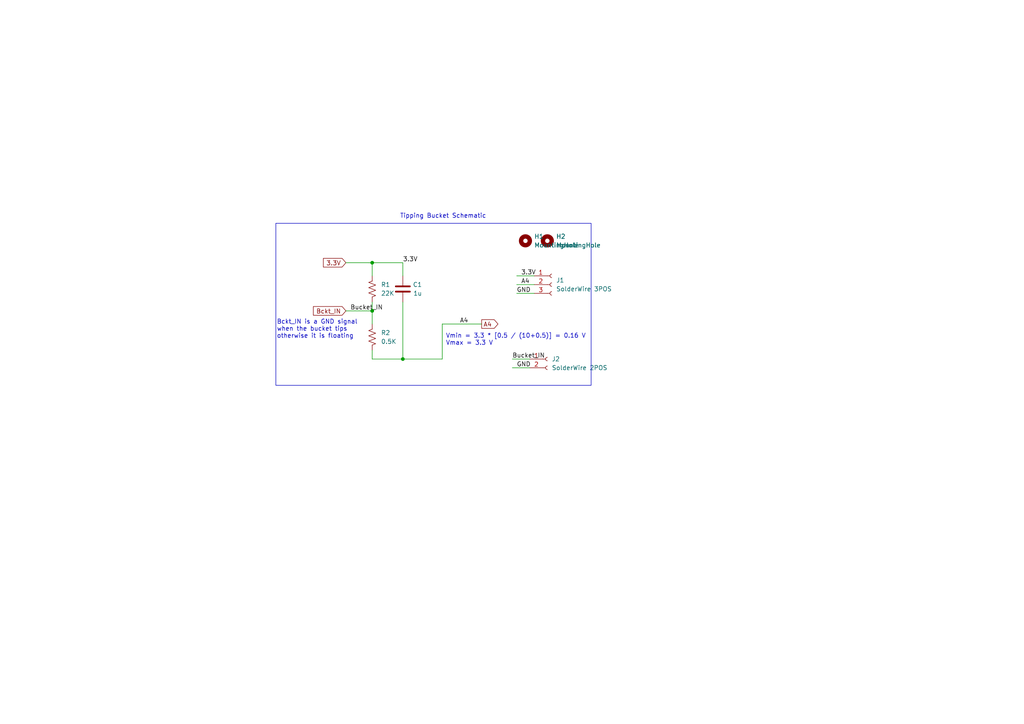
<source format=kicad_sch>
(kicad_sch
	(version 20250114)
	(generator "eeschema")
	(generator_version "9.0")
	(uuid "07cbf477-c4f0-45b2-8f87-9758e3129dd6")
	(paper "A4")
	(lib_symbols
		(symbol "Connector:Conn_01x02_Socket"
			(pin_names
				(offset 1.016)
				(hide yes)
			)
			(exclude_from_sim no)
			(in_bom yes)
			(on_board yes)
			(property "Reference" "J"
				(at 0 2.54 0)
				(effects
					(font
						(size 1.27 1.27)
					)
				)
			)
			(property "Value" "Conn_01x02_Socket"
				(at 0 -5.08 0)
				(effects
					(font
						(size 1.27 1.27)
					)
				)
			)
			(property "Footprint" ""
				(at 0 0 0)
				(effects
					(font
						(size 1.27 1.27)
					)
					(hide yes)
				)
			)
			(property "Datasheet" "~"
				(at 0 0 0)
				(effects
					(font
						(size 1.27 1.27)
					)
					(hide yes)
				)
			)
			(property "Description" "Generic connector, single row, 01x02, script generated"
				(at 0 0 0)
				(effects
					(font
						(size 1.27 1.27)
					)
					(hide yes)
				)
			)
			(property "ki_locked" ""
				(at 0 0 0)
				(effects
					(font
						(size 1.27 1.27)
					)
				)
			)
			(property "ki_keywords" "connector"
				(at 0 0 0)
				(effects
					(font
						(size 1.27 1.27)
					)
					(hide yes)
				)
			)
			(property "ki_fp_filters" "Connector*:*_1x??_*"
				(at 0 0 0)
				(effects
					(font
						(size 1.27 1.27)
					)
					(hide yes)
				)
			)
			(symbol "Conn_01x02_Socket_1_1"
				(polyline
					(pts
						(xy -1.27 0) (xy -0.508 0)
					)
					(stroke
						(width 0.1524)
						(type default)
					)
					(fill
						(type none)
					)
				)
				(polyline
					(pts
						(xy -1.27 -2.54) (xy -0.508 -2.54)
					)
					(stroke
						(width 0.1524)
						(type default)
					)
					(fill
						(type none)
					)
				)
				(arc
					(start 0 -0.508)
					(mid -0.5058 0)
					(end 0 0.508)
					(stroke
						(width 0.1524)
						(type default)
					)
					(fill
						(type none)
					)
				)
				(arc
					(start 0 -3.048)
					(mid -0.5058 -2.54)
					(end 0 -2.032)
					(stroke
						(width 0.1524)
						(type default)
					)
					(fill
						(type none)
					)
				)
				(pin passive line
					(at -5.08 0 0)
					(length 3.81)
					(name "Pin_1"
						(effects
							(font
								(size 1.27 1.27)
							)
						)
					)
					(number "1"
						(effects
							(font
								(size 1.27 1.27)
							)
						)
					)
				)
				(pin passive line
					(at -5.08 -2.54 0)
					(length 3.81)
					(name "Pin_2"
						(effects
							(font
								(size 1.27 1.27)
							)
						)
					)
					(number "2"
						(effects
							(font
								(size 1.27 1.27)
							)
						)
					)
				)
			)
			(embedded_fonts no)
		)
		(symbol "Connector:Conn_01x03_Socket"
			(pin_names
				(offset 1.016)
				(hide yes)
			)
			(exclude_from_sim no)
			(in_bom yes)
			(on_board yes)
			(property "Reference" "J"
				(at 0 5.08 0)
				(effects
					(font
						(size 1.27 1.27)
					)
				)
			)
			(property "Value" "Conn_01x03_Socket"
				(at 0 -5.08 0)
				(effects
					(font
						(size 1.27 1.27)
					)
				)
			)
			(property "Footprint" ""
				(at 0 0 0)
				(effects
					(font
						(size 1.27 1.27)
					)
					(hide yes)
				)
			)
			(property "Datasheet" "~"
				(at 0 0 0)
				(effects
					(font
						(size 1.27 1.27)
					)
					(hide yes)
				)
			)
			(property "Description" "Generic connector, single row, 01x03, script generated"
				(at 0 0 0)
				(effects
					(font
						(size 1.27 1.27)
					)
					(hide yes)
				)
			)
			(property "ki_locked" ""
				(at 0 0 0)
				(effects
					(font
						(size 1.27 1.27)
					)
				)
			)
			(property "ki_keywords" "connector"
				(at 0 0 0)
				(effects
					(font
						(size 1.27 1.27)
					)
					(hide yes)
				)
			)
			(property "ki_fp_filters" "Connector*:*_1x??_*"
				(at 0 0 0)
				(effects
					(font
						(size 1.27 1.27)
					)
					(hide yes)
				)
			)
			(symbol "Conn_01x03_Socket_1_1"
				(polyline
					(pts
						(xy -1.27 2.54) (xy -0.508 2.54)
					)
					(stroke
						(width 0.1524)
						(type default)
					)
					(fill
						(type none)
					)
				)
				(polyline
					(pts
						(xy -1.27 0) (xy -0.508 0)
					)
					(stroke
						(width 0.1524)
						(type default)
					)
					(fill
						(type none)
					)
				)
				(polyline
					(pts
						(xy -1.27 -2.54) (xy -0.508 -2.54)
					)
					(stroke
						(width 0.1524)
						(type default)
					)
					(fill
						(type none)
					)
				)
				(arc
					(start 0 2.032)
					(mid -0.5058 2.54)
					(end 0 3.048)
					(stroke
						(width 0.1524)
						(type default)
					)
					(fill
						(type none)
					)
				)
				(arc
					(start 0 -0.508)
					(mid -0.5058 0)
					(end 0 0.508)
					(stroke
						(width 0.1524)
						(type default)
					)
					(fill
						(type none)
					)
				)
				(arc
					(start 0 -3.048)
					(mid -0.5058 -2.54)
					(end 0 -2.032)
					(stroke
						(width 0.1524)
						(type default)
					)
					(fill
						(type none)
					)
				)
				(pin passive line
					(at -5.08 2.54 0)
					(length 3.81)
					(name "Pin_1"
						(effects
							(font
								(size 1.27 1.27)
							)
						)
					)
					(number "1"
						(effects
							(font
								(size 1.27 1.27)
							)
						)
					)
				)
				(pin passive line
					(at -5.08 0 0)
					(length 3.81)
					(name "Pin_2"
						(effects
							(font
								(size 1.27 1.27)
							)
						)
					)
					(number "2"
						(effects
							(font
								(size 1.27 1.27)
							)
						)
					)
				)
				(pin passive line
					(at -5.08 -2.54 0)
					(length 3.81)
					(name "Pin_3"
						(effects
							(font
								(size 1.27 1.27)
							)
						)
					)
					(number "3"
						(effects
							(font
								(size 1.27 1.27)
							)
						)
					)
				)
			)
			(embedded_fonts no)
		)
		(symbol "Device:C"
			(pin_numbers
				(hide yes)
			)
			(pin_names
				(offset 0.254)
			)
			(exclude_from_sim no)
			(in_bom yes)
			(on_board yes)
			(property "Reference" "C"
				(at 0.635 2.54 0)
				(effects
					(font
						(size 1.27 1.27)
					)
					(justify left)
				)
			)
			(property "Value" "C"
				(at 0.635 -2.54 0)
				(effects
					(font
						(size 1.27 1.27)
					)
					(justify left)
				)
			)
			(property "Footprint" ""
				(at 0.9652 -3.81 0)
				(effects
					(font
						(size 1.27 1.27)
					)
					(hide yes)
				)
			)
			(property "Datasheet" "~"
				(at 0 0 0)
				(effects
					(font
						(size 1.27 1.27)
					)
					(hide yes)
				)
			)
			(property "Description" "Unpolarized capacitor"
				(at 0 0 0)
				(effects
					(font
						(size 1.27 1.27)
					)
					(hide yes)
				)
			)
			(property "ki_keywords" "cap capacitor"
				(at 0 0 0)
				(effects
					(font
						(size 1.27 1.27)
					)
					(hide yes)
				)
			)
			(property "ki_fp_filters" "C_*"
				(at 0 0 0)
				(effects
					(font
						(size 1.27 1.27)
					)
					(hide yes)
				)
			)
			(symbol "C_0_1"
				(polyline
					(pts
						(xy -2.032 0.762) (xy 2.032 0.762)
					)
					(stroke
						(width 0.508)
						(type default)
					)
					(fill
						(type none)
					)
				)
				(polyline
					(pts
						(xy -2.032 -0.762) (xy 2.032 -0.762)
					)
					(stroke
						(width 0.508)
						(type default)
					)
					(fill
						(type none)
					)
				)
			)
			(symbol "C_1_1"
				(pin passive line
					(at 0 3.81 270)
					(length 2.794)
					(name "~"
						(effects
							(font
								(size 1.27 1.27)
							)
						)
					)
					(number "1"
						(effects
							(font
								(size 1.27 1.27)
							)
						)
					)
				)
				(pin passive line
					(at 0 -3.81 90)
					(length 2.794)
					(name "~"
						(effects
							(font
								(size 1.27 1.27)
							)
						)
					)
					(number "2"
						(effects
							(font
								(size 1.27 1.27)
							)
						)
					)
				)
			)
			(embedded_fonts no)
		)
		(symbol "Device:R_US"
			(pin_numbers
				(hide yes)
			)
			(pin_names
				(offset 0)
			)
			(exclude_from_sim no)
			(in_bom yes)
			(on_board yes)
			(property "Reference" "R"
				(at 2.54 0 90)
				(effects
					(font
						(size 1.27 1.27)
					)
				)
			)
			(property "Value" "R_US"
				(at -2.54 0 90)
				(effects
					(font
						(size 1.27 1.27)
					)
				)
			)
			(property "Footprint" ""
				(at 1.016 -0.254 90)
				(effects
					(font
						(size 1.27 1.27)
					)
					(hide yes)
				)
			)
			(property "Datasheet" "~"
				(at 0 0 0)
				(effects
					(font
						(size 1.27 1.27)
					)
					(hide yes)
				)
			)
			(property "Description" "Resistor, US symbol"
				(at 0 0 0)
				(effects
					(font
						(size 1.27 1.27)
					)
					(hide yes)
				)
			)
			(property "ki_keywords" "R res resistor"
				(at 0 0 0)
				(effects
					(font
						(size 1.27 1.27)
					)
					(hide yes)
				)
			)
			(property "ki_fp_filters" "R_*"
				(at 0 0 0)
				(effects
					(font
						(size 1.27 1.27)
					)
					(hide yes)
				)
			)
			(symbol "R_US_0_1"
				(polyline
					(pts
						(xy 0 2.286) (xy 0 2.54)
					)
					(stroke
						(width 0)
						(type default)
					)
					(fill
						(type none)
					)
				)
				(polyline
					(pts
						(xy 0 2.286) (xy 1.016 1.905) (xy 0 1.524) (xy -1.016 1.143) (xy 0 0.762)
					)
					(stroke
						(width 0)
						(type default)
					)
					(fill
						(type none)
					)
				)
				(polyline
					(pts
						(xy 0 0.762) (xy 1.016 0.381) (xy 0 0) (xy -1.016 -0.381) (xy 0 -0.762)
					)
					(stroke
						(width 0)
						(type default)
					)
					(fill
						(type none)
					)
				)
				(polyline
					(pts
						(xy 0 -0.762) (xy 1.016 -1.143) (xy 0 -1.524) (xy -1.016 -1.905) (xy 0 -2.286)
					)
					(stroke
						(width 0)
						(type default)
					)
					(fill
						(type none)
					)
				)
				(polyline
					(pts
						(xy 0 -2.286) (xy 0 -2.54)
					)
					(stroke
						(width 0)
						(type default)
					)
					(fill
						(type none)
					)
				)
			)
			(symbol "R_US_1_1"
				(pin passive line
					(at 0 3.81 270)
					(length 1.27)
					(name "~"
						(effects
							(font
								(size 1.27 1.27)
							)
						)
					)
					(number "1"
						(effects
							(font
								(size 1.27 1.27)
							)
						)
					)
				)
				(pin passive line
					(at 0 -3.81 90)
					(length 1.27)
					(name "~"
						(effects
							(font
								(size 1.27 1.27)
							)
						)
					)
					(number "2"
						(effects
							(font
								(size 1.27 1.27)
							)
						)
					)
				)
			)
			(embedded_fonts no)
		)
		(symbol "Mechanical:MountingHole"
			(pin_names
				(offset 1.016)
			)
			(exclude_from_sim yes)
			(in_bom no)
			(on_board yes)
			(property "Reference" "H"
				(at 0 5.08 0)
				(effects
					(font
						(size 1.27 1.27)
					)
				)
			)
			(property "Value" "MountingHole"
				(at 0 3.175 0)
				(effects
					(font
						(size 1.27 1.27)
					)
				)
			)
			(property "Footprint" ""
				(at 0 0 0)
				(effects
					(font
						(size 1.27 1.27)
					)
					(hide yes)
				)
			)
			(property "Datasheet" "~"
				(at 0 0 0)
				(effects
					(font
						(size 1.27 1.27)
					)
					(hide yes)
				)
			)
			(property "Description" "Mounting Hole without connection"
				(at 0 0 0)
				(effects
					(font
						(size 1.27 1.27)
					)
					(hide yes)
				)
			)
			(property "ki_keywords" "mounting hole"
				(at 0 0 0)
				(effects
					(font
						(size 1.27 1.27)
					)
					(hide yes)
				)
			)
			(property "ki_fp_filters" "MountingHole*"
				(at 0 0 0)
				(effects
					(font
						(size 1.27 1.27)
					)
					(hide yes)
				)
			)
			(symbol "MountingHole_0_1"
				(circle
					(center 0 0)
					(radius 1.27)
					(stroke
						(width 1.27)
						(type default)
					)
					(fill
						(type none)
					)
				)
			)
			(embedded_fonts no)
		)
	)
	(rectangle
		(start 80.01 64.77)
		(end 171.45 111.76)
		(stroke
			(width 0)
			(type default)
		)
		(fill
			(type none)
		)
		(uuid d28cea54-d3ce-4444-a6b0-748072c274fc)
	)
	(text "Vmin = 3.3 * [0.5 / (10+0.5)] = 0.16 V\nVmax = 3.3 V"
		(exclude_from_sim no)
		(at 129.286 98.552 0)
		(effects
			(font
				(size 1.27 1.27)
			)
			(justify left)
		)
		(uuid "3043c7ef-0cb6-4ffe-b9d3-61dd7c3022bc")
	)
	(text "Bckt_IN is a GND signal \nwhen the bucket tips\notherwise it is floating"
		(exclude_from_sim no)
		(at 80.264 95.504 0)
		(effects
			(font
				(size 1.27 1.27)
			)
			(justify left)
		)
		(uuid "9705c029-a65c-4116-a062-3eaa88781fb4")
	)
	(text "Tipping Bucket Schematic"
		(exclude_from_sim no)
		(at 128.524 62.738 0)
		(effects
			(font
				(size 1.27 1.27)
			)
		)
		(uuid "e819e49c-2325-4be6-b525-d91980f573d3")
	)
	(junction
		(at 116.84 104.14)
		(diameter 0)
		(color 0 0 0 0)
		(uuid "15576883-72b1-4ba0-a76a-4cda4c7a210e")
	)
	(junction
		(at 107.95 90.17)
		(diameter 0)
		(color 0 0 0 0)
		(uuid "982c2553-ddf3-4a1c-b3f6-dcd79a137269")
	)
	(junction
		(at 107.95 76.2)
		(diameter 0)
		(color 0 0 0 0)
		(uuid "d27f2bb0-7699-4bb1-9524-d4de4067975b")
	)
	(wire
		(pts
			(xy 149.86 85.09) (xy 154.94 85.09)
		)
		(stroke
			(width 0)
			(type default)
		)
		(uuid "00b84730-0d71-4a91-b491-5ea02d3ef792")
	)
	(wire
		(pts
			(xy 116.84 87.63) (xy 116.84 104.14)
		)
		(stroke
			(width 0)
			(type default)
		)
		(uuid "0641bc8d-db0c-4c86-ba69-9f8634994b05")
	)
	(wire
		(pts
			(xy 148.59 104.14) (xy 153.67 104.14)
		)
		(stroke
			(width 0)
			(type default)
		)
		(uuid "15b44018-76fa-4437-8a33-c1a528d33e11")
	)
	(wire
		(pts
			(xy 107.95 87.63) (xy 107.95 90.17)
		)
		(stroke
			(width 0)
			(type default)
		)
		(uuid "273ba741-5356-475a-9fb2-f5532751badd")
	)
	(wire
		(pts
			(xy 148.59 106.68) (xy 153.67 106.68)
		)
		(stroke
			(width 0)
			(type default)
		)
		(uuid "4f51f371-0cfe-4a5e-9e03-ff87d6cd94db")
	)
	(wire
		(pts
			(xy 116.84 104.14) (xy 107.95 104.14)
		)
		(stroke
			(width 0)
			(type default)
		)
		(uuid "57650e39-2f5b-48cd-b685-e9f03eeaf158")
	)
	(wire
		(pts
			(xy 149.86 82.55) (xy 154.94 82.55)
		)
		(stroke
			(width 0)
			(type default)
		)
		(uuid "6149dd68-032a-49dd-b3ae-30c2514a717f")
	)
	(wire
		(pts
			(xy 116.84 76.2) (xy 116.84 80.01)
		)
		(stroke
			(width 0)
			(type default)
		)
		(uuid "68ecf27f-2e03-4247-ac29-78b12e0ba7e2")
	)
	(wire
		(pts
			(xy 107.95 90.17) (xy 107.95 93.98)
		)
		(stroke
			(width 0)
			(type default)
		)
		(uuid "704df54d-6f4d-435e-93a1-648d53be3ba6")
	)
	(wire
		(pts
			(xy 107.95 90.17) (xy 100.33 90.17)
		)
		(stroke
			(width 0)
			(type default)
		)
		(uuid "9378c737-191e-4270-9742-9095f51aeb2c")
	)
	(wire
		(pts
			(xy 128.27 93.98) (xy 139.7 93.98)
		)
		(stroke
			(width 0)
			(type default)
		)
		(uuid "9a80b13b-cbf7-42f0-a662-20f466253253")
	)
	(wire
		(pts
			(xy 149.86 80.01) (xy 154.94 80.01)
		)
		(stroke
			(width 0)
			(type default)
		)
		(uuid "ae06d540-9ce7-4821-a5a9-800af2ade220")
	)
	(wire
		(pts
			(xy 116.84 76.2) (xy 107.95 76.2)
		)
		(stroke
			(width 0)
			(type default)
		)
		(uuid "b41efeb5-6ac2-4559-9928-a2042502d33f")
	)
	(wire
		(pts
			(xy 128.27 104.14) (xy 116.84 104.14)
		)
		(stroke
			(width 0)
			(type default)
		)
		(uuid "b575dd74-ec0f-4f70-a2ab-5429d4c1ae6b")
	)
	(wire
		(pts
			(xy 128.27 93.98) (xy 128.27 104.14)
		)
		(stroke
			(width 0)
			(type default)
		)
		(uuid "b8c2333e-4b52-4387-aaf9-dc33971a5ca9")
	)
	(wire
		(pts
			(xy 107.95 76.2) (xy 107.95 80.01)
		)
		(stroke
			(width 0)
			(type default)
		)
		(uuid "c1a9f78c-2f6f-48c8-ac4a-8240710cf7b2")
	)
	(wire
		(pts
			(xy 100.33 76.2) (xy 107.95 76.2)
		)
		(stroke
			(width 0)
			(type default)
		)
		(uuid "c7739125-180e-4bc6-a9b6-d312a106f08e")
	)
	(wire
		(pts
			(xy 107.95 104.14) (xy 107.95 101.6)
		)
		(stroke
			(width 0)
			(type default)
		)
		(uuid "dbd4872a-3db0-4aff-a956-cc6082f77210")
	)
	(label "Bucket_IN"
		(at 148.59 104.14 0)
		(effects
			(font
				(size 1.27 1.27)
			)
			(justify left bottom)
		)
		(uuid "055d199e-5e98-44f5-88c0-2f2c95c80171")
	)
	(label "GND"
		(at 149.86 85.09 0)
		(effects
			(font
				(size 1.27 1.27)
			)
			(justify left bottom)
		)
		(uuid "0b785cbf-67cc-4f73-9a4c-41c96a052e78")
	)
	(label "GND"
		(at 149.86 106.68 0)
		(effects
			(font
				(size 1.27 1.27)
			)
			(justify left bottom)
		)
		(uuid "3e193079-369f-4b2a-8172-38d3ae0213ff")
	)
	(label "Bucket_IN"
		(at 101.6 90.17 0)
		(effects
			(font
				(size 1.27 1.27)
			)
			(justify left bottom)
		)
		(uuid "68a676b2-7bb5-4749-986c-10c43e5b70ec")
	)
	(label "A4"
		(at 151.13 82.55 0)
		(effects
			(font
				(size 1.27 1.27)
			)
			(justify left bottom)
		)
		(uuid "822da70e-3ff3-4ed3-811a-11c6475c0f2a")
	)
	(label "A4"
		(at 133.35 93.98 0)
		(effects
			(font
				(size 1.27 1.27)
			)
			(justify left bottom)
		)
		(uuid "a1568b50-e6e1-4fe8-a79c-9eab3d858975")
	)
	(label "3.3V"
		(at 116.84 76.2 0)
		(effects
			(font
				(size 1.27 1.27)
			)
			(justify left bottom)
		)
		(uuid "a6ffc5f6-b4d1-4ce0-b993-f7e86ed6f1e9")
	)
	(label "3.3V"
		(at 151.13 80.01 0)
		(effects
			(font
				(size 1.27 1.27)
			)
			(justify left bottom)
		)
		(uuid "eff9c466-7f94-457e-9801-a8d27681e91d")
	)
	(global_label "3.3V"
		(shape input)
		(at 100.33 76.2 180)
		(fields_autoplaced yes)
		(effects
			(font
				(size 1.27 1.27)
			)
			(justify right)
		)
		(uuid "1847c5ba-007e-43fc-adf1-4fcd8c95b3d4")
		(property "Intersheetrefs" "${INTERSHEET_REFS}"
			(at 93.2324 76.2 0)
			(effects
				(font
					(size 1.27 1.27)
				)
				(justify right)
				(hide yes)
			)
		)
	)
	(global_label "A4"
		(shape output)
		(at 139.7 93.98 0)
		(fields_autoplaced yes)
		(effects
			(font
				(size 1.27 1.27)
			)
			(justify left)
		)
		(uuid "67dbb0eb-2fb1-4166-a8b1-f8e31981cc94")
		(property "Intersheetrefs" "${INTERSHEET_REFS}"
			(at 144.9833 93.98 0)
			(effects
				(font
					(size 1.27 1.27)
				)
				(justify left)
				(hide yes)
			)
		)
	)
	(global_label "Bckt_IN"
		(shape input)
		(at 100.33 90.17 180)
		(fields_autoplaced yes)
		(effects
			(font
				(size 1.27 1.27)
			)
			(justify right)
		)
		(uuid "b791ee53-50ab-49d9-a174-6303c5cbf21b")
		(property "Intersheetrefs" "${INTERSHEET_REFS}"
			(at 90.3295 90.17 0)
			(effects
				(font
					(size 1.27 1.27)
				)
				(justify right)
				(hide yes)
			)
		)
	)
	(symbol
		(lib_id "Connector:Conn_01x02_Socket")
		(at 158.75 104.14 0)
		(unit 1)
		(exclude_from_sim no)
		(in_bom yes)
		(on_board yes)
		(dnp no)
		(fields_autoplaced yes)
		(uuid "03c2a877-16cc-43b9-b142-24ccd2e3eb46")
		(property "Reference" "J2"
			(at 160.02 104.1399 0)
			(effects
				(font
					(size 1.27 1.27)
				)
				(justify left)
			)
		)
		(property "Value" "SolderWire 2POS"
			(at 160.02 106.6799 0)
			(effects
				(font
					(size 1.27 1.27)
				)
				(justify left)
			)
		)
		(property "Footprint" "Connector_Wire:SolderWire-0.1sqmm_1x02_P3.6mm_D0.4mm_OD1mm"
			(at 158.75 104.14 0)
			(effects
				(font
					(size 1.27 1.27)
				)
				(hide yes)
			)
		)
		(property "Datasheet" "~"
			(at 158.75 104.14 0)
			(effects
				(font
					(size 1.27 1.27)
				)
				(hide yes)
			)
		)
		(property "Description" "Generic connector, single row, 01x02, script generated"
			(at 158.75 104.14 0)
			(effects
				(font
					(size 1.27 1.27)
				)
				(hide yes)
			)
		)
		(pin "2"
			(uuid "31ee31f6-c925-4f11-984c-af981c04052d")
		)
		(pin "1"
			(uuid "57abf845-4b28-4d35-ad9e-ca25bce242f2")
		)
		(instances
			(project "eDNA Tipping Bucket"
				(path "/07cbf477-c4f0-45b2-8f87-9758e3129dd6"
					(reference "J2")
					(unit 1)
				)
			)
		)
	)
	(symbol
		(lib_id "Connector:Conn_01x03_Socket")
		(at 160.02 82.55 0)
		(unit 1)
		(exclude_from_sim no)
		(in_bom yes)
		(on_board yes)
		(dnp no)
		(fields_autoplaced yes)
		(uuid "17ac136c-218a-482e-ba89-f63779f7b544")
		(property "Reference" "J1"
			(at 161.29 81.2799 0)
			(effects
				(font
					(size 1.27 1.27)
				)
				(justify left)
			)
		)
		(property "Value" "SolderWire 3POS"
			(at 161.29 83.8199 0)
			(effects
				(font
					(size 1.27 1.27)
				)
				(justify left)
			)
		)
		(property "Footprint" "Connector_Wire:SolderWire-0.1sqmm_1x03_P3.6mm_D0.4mm_OD1mm"
			(at 160.02 82.55 0)
			(effects
				(font
					(size 1.27 1.27)
				)
				(hide yes)
			)
		)
		(property "Datasheet" "~"
			(at 160.02 82.55 0)
			(effects
				(font
					(size 1.27 1.27)
				)
				(hide yes)
			)
		)
		(property "Description" "Generic connector, single row, 01x03, script generated"
			(at 160.02 82.55 0)
			(effects
				(font
					(size 1.27 1.27)
				)
				(hide yes)
			)
		)
		(pin "2"
			(uuid "549ace37-8614-497e-addf-cdd74c6dc0b0")
		)
		(pin "3"
			(uuid "0a8eaba2-8050-4d62-8084-5c89527a6390")
		)
		(pin "1"
			(uuid "8f328870-101d-46c6-9891-e5dca80cc14f")
		)
		(instances
			(project ""
				(path "/07cbf477-c4f0-45b2-8f87-9758e3129dd6"
					(reference "J1")
					(unit 1)
				)
			)
		)
	)
	(symbol
		(lib_id "Mechanical:MountingHole")
		(at 152.4 69.85 0)
		(unit 1)
		(exclude_from_sim yes)
		(in_bom no)
		(on_board yes)
		(dnp no)
		(fields_autoplaced yes)
		(uuid "725f3861-41dc-48fe-96f1-0ca116b62ec9")
		(property "Reference" "H1"
			(at 154.94 68.5799 0)
			(effects
				(font
					(size 1.27 1.27)
				)
				(justify left)
			)
		)
		(property "Value" "MountingHole"
			(at 154.94 71.1199 0)
			(effects
				(font
					(size 1.27 1.27)
				)
				(justify left)
			)
		)
		(property "Footprint" "MountingHole:MountingHole_3.2mm_M3"
			(at 152.4 69.85 0)
			(effects
				(font
					(size 1.27 1.27)
				)
				(hide yes)
			)
		)
		(property "Datasheet" "~"
			(at 152.4 69.85 0)
			(effects
				(font
					(size 1.27 1.27)
				)
				(hide yes)
			)
		)
		(property "Description" "Mounting Hole without connection"
			(at 152.4 69.85 0)
			(effects
				(font
					(size 1.27 1.27)
				)
				(hide yes)
			)
		)
		(instances
			(project ""
				(path "/07cbf477-c4f0-45b2-8f87-9758e3129dd6"
					(reference "H1")
					(unit 1)
				)
			)
		)
	)
	(symbol
		(lib_id "Device:C")
		(at 116.84 83.82 0)
		(mirror y)
		(unit 1)
		(exclude_from_sim no)
		(in_bom yes)
		(on_board yes)
		(dnp no)
		(uuid "f1483849-a839-49a1-886b-f9bad907ba68")
		(property "Reference" "C1"
			(at 122.428 82.55 0)
			(effects
				(font
					(size 1.27 1.27)
				)
				(justify left)
			)
		)
		(property "Value" "1u"
			(at 122.428 85.09 0)
			(effects
				(font
					(size 1.27 1.27)
				)
				(justify left)
			)
		)
		(property "Footprint" "Capacitor_SMD:C_0805_2012Metric_Pad1.18x1.45mm_HandSolder"
			(at 115.8748 87.63 0)
			(effects
				(font
					(size 1.27 1.27)
				)
				(hide yes)
			)
		)
		(property "Datasheet" "~"
			(at 116.84 83.82 0)
			(effects
				(font
					(size 1.27 1.27)
				)
				(hide yes)
			)
		)
		(property "Description" "Unpolarized capacitor"
			(at 116.84 83.82 0)
			(effects
				(font
					(size 1.27 1.27)
				)
				(hide yes)
			)
		)
		(pin "2"
			(uuid "25e2a162-ec10-4ebb-89c4-44cdda6ffc4e")
		)
		(pin "1"
			(uuid "9307f8c4-a6b5-44f4-8011-624c1b6da99a")
		)
		(instances
			(project ""
				(path "/07cbf477-c4f0-45b2-8f87-9758e3129dd6"
					(reference "C1")
					(unit 1)
				)
			)
		)
	)
	(symbol
		(lib_id "Mechanical:MountingHole")
		(at 158.75 69.85 0)
		(unit 1)
		(exclude_from_sim yes)
		(in_bom no)
		(on_board yes)
		(dnp no)
		(fields_autoplaced yes)
		(uuid "f7705866-7e3b-4b44-ae9c-4cb3d7a416ca")
		(property "Reference" "H2"
			(at 161.29 68.5799 0)
			(effects
				(font
					(size 1.27 1.27)
				)
				(justify left)
			)
		)
		(property "Value" "MountingHole"
			(at 161.29 71.1199 0)
			(effects
				(font
					(size 1.27 1.27)
				)
				(justify left)
			)
		)
		(property "Footprint" "MountingHole:MountingHole_3.2mm_M3"
			(at 158.75 69.85 0)
			(effects
				(font
					(size 1.27 1.27)
				)
				(hide yes)
			)
		)
		(property "Datasheet" "~"
			(at 158.75 69.85 0)
			(effects
				(font
					(size 1.27 1.27)
				)
				(hide yes)
			)
		)
		(property "Description" "Mounting Hole without connection"
			(at 158.75 69.85 0)
			(effects
				(font
					(size 1.27 1.27)
				)
				(hide yes)
			)
		)
		(instances
			(project ""
				(path "/07cbf477-c4f0-45b2-8f87-9758e3129dd6"
					(reference "H2")
					(unit 1)
				)
			)
		)
	)
	(symbol
		(lib_id "Device:R_US")
		(at 107.95 83.82 0)
		(mirror y)
		(unit 1)
		(exclude_from_sim no)
		(in_bom yes)
		(on_board yes)
		(dnp no)
		(fields_autoplaced yes)
		(uuid "f78cdcf4-e1e2-47e6-9e3f-280685713aef")
		(property "Reference" "R1"
			(at 110.49 82.5499 0)
			(effects
				(font
					(size 1.27 1.27)
				)
				(justify right)
			)
		)
		(property "Value" "22K"
			(at 110.49 85.0899 0)
			(effects
				(font
					(size 1.27 1.27)
				)
				(justify right)
			)
		)
		(property "Footprint" "Resistor_SMD:R_0805_2012Metric_Pad1.20x1.40mm_HandSolder"
			(at 106.934 84.074 90)
			(effects
				(font
					(size 1.27 1.27)
				)
				(hide yes)
			)
		)
		(property "Datasheet" "~"
			(at 107.95 83.82 0)
			(effects
				(font
					(size 1.27 1.27)
				)
				(hide yes)
			)
		)
		(property "Description" "Resistor, US symbol"
			(at 107.95 83.82 0)
			(effects
				(font
					(size 1.27 1.27)
				)
				(hide yes)
			)
		)
		(pin "1"
			(uuid "03406fb3-097f-40d0-bb44-083d20e37787")
		)
		(pin "2"
			(uuid "130ec0fa-8ee1-4d29-88d1-f7c72878ee35")
		)
		(instances
			(project ""
				(path "/07cbf477-c4f0-45b2-8f87-9758e3129dd6"
					(reference "R1")
					(unit 1)
				)
			)
		)
	)
	(symbol
		(lib_id "Device:R_US")
		(at 107.95 97.79 0)
		(mirror y)
		(unit 1)
		(exclude_from_sim no)
		(in_bom yes)
		(on_board yes)
		(dnp no)
		(fields_autoplaced yes)
		(uuid "ff37a048-abea-45e2-892f-e403113c86bb")
		(property "Reference" "R2"
			(at 110.49 96.5199 0)
			(effects
				(font
					(size 1.27 1.27)
				)
				(justify right)
			)
		)
		(property "Value" "0.5K"
			(at 110.49 99.0599 0)
			(effects
				(font
					(size 1.27 1.27)
				)
				(justify right)
			)
		)
		(property "Footprint" "Resistor_SMD:R_0805_2012Metric_Pad1.20x1.40mm_HandSolder"
			(at 106.934 98.044 90)
			(effects
				(font
					(size 1.27 1.27)
				)
				(hide yes)
			)
		)
		(property "Datasheet" "~"
			(at 107.95 97.79 0)
			(effects
				(font
					(size 1.27 1.27)
				)
				(hide yes)
			)
		)
		(property "Description" "Resistor, US symbol"
			(at 107.95 97.79 0)
			(effects
				(font
					(size 1.27 1.27)
				)
				(hide yes)
			)
		)
		(pin "1"
			(uuid "03406fb3-097f-40d0-bb44-083d20e37788")
		)
		(pin "2"
			(uuid "130ec0fa-8ee1-4d29-88d1-f7c72878ee36")
		)
		(instances
			(project ""
				(path "/07cbf477-c4f0-45b2-8f87-9758e3129dd6"
					(reference "R2")
					(unit 1)
				)
			)
		)
	)
	(sheet_instances
		(path "/"
			(page "1")
		)
	)
	(embedded_fonts no)
)

</source>
